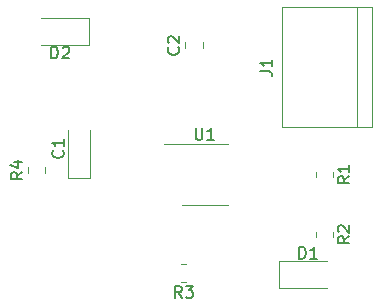
<source format=gbr>
%TF.GenerationSoftware,KiCad,Pcbnew,(6.0.10)*%
%TF.CreationDate,2023-02-16T14:18:23-08:00*%
%TF.ProjectId,Exercise2,45786572-6369-4736-9532-2e6b69636164,rev?*%
%TF.SameCoordinates,Original*%
%TF.FileFunction,Legend,Top*%
%TF.FilePolarity,Positive*%
%FSLAX46Y46*%
G04 Gerber Fmt 4.6, Leading zero omitted, Abs format (unit mm)*
G04 Created by KiCad (PCBNEW (6.0.10)) date 2023-02-16 14:18:23*
%MOMM*%
%LPD*%
G01*
G04 APERTURE LIST*
%ADD10C,0.150000*%
%ADD11C,0.120000*%
G04 APERTURE END LIST*
D10*
%TO.C,R4*%
X93792380Y-93776666D02*
X93316190Y-94110000D01*
X93792380Y-94348095D02*
X92792380Y-94348095D01*
X92792380Y-93967142D01*
X92840000Y-93871904D01*
X92887619Y-93824285D01*
X92982857Y-93776666D01*
X93125714Y-93776666D01*
X93220952Y-93824285D01*
X93268571Y-93871904D01*
X93316190Y-93967142D01*
X93316190Y-94348095D01*
X93125714Y-92919523D02*
X93792380Y-92919523D01*
X92744761Y-93157619D02*
X93459047Y-93395714D01*
X93459047Y-92776666D01*
%TO.C,C2*%
X106997142Y-83206666D02*
X107044761Y-83254285D01*
X107092380Y-83397142D01*
X107092380Y-83492380D01*
X107044761Y-83635238D01*
X106949523Y-83730476D01*
X106854285Y-83778095D01*
X106663809Y-83825714D01*
X106520952Y-83825714D01*
X106330476Y-83778095D01*
X106235238Y-83730476D01*
X106140000Y-83635238D01*
X106092380Y-83492380D01*
X106092380Y-83397142D01*
X106140000Y-83254285D01*
X106187619Y-83206666D01*
X106187619Y-82825714D02*
X106140000Y-82778095D01*
X106092380Y-82682857D01*
X106092380Y-82444761D01*
X106140000Y-82349523D01*
X106187619Y-82301904D01*
X106282857Y-82254285D01*
X106378095Y-82254285D01*
X106520952Y-82301904D01*
X107092380Y-82873333D01*
X107092380Y-82254285D01*
%TO.C,R1*%
X121482380Y-94146666D02*
X121006190Y-94480000D01*
X121482380Y-94718095D02*
X120482380Y-94718095D01*
X120482380Y-94337142D01*
X120530000Y-94241904D01*
X120577619Y-94194285D01*
X120672857Y-94146666D01*
X120815714Y-94146666D01*
X120910952Y-94194285D01*
X120958571Y-94241904D01*
X121006190Y-94337142D01*
X121006190Y-94718095D01*
X121482380Y-93194285D02*
X121482380Y-93765714D01*
X121482380Y-93480000D02*
X120482380Y-93480000D01*
X120625238Y-93575238D01*
X120720476Y-93670476D01*
X120768095Y-93765714D01*
%TO.C,U1*%
X108458095Y-90032380D02*
X108458095Y-90841904D01*
X108505714Y-90937142D01*
X108553333Y-90984761D01*
X108648571Y-91032380D01*
X108839047Y-91032380D01*
X108934285Y-90984761D01*
X108981904Y-90937142D01*
X109029523Y-90841904D01*
X109029523Y-90032380D01*
X110029523Y-91032380D02*
X109458095Y-91032380D01*
X109743809Y-91032380D02*
X109743809Y-90032380D01*
X109648571Y-90175238D01*
X109553333Y-90270476D01*
X109458095Y-90318095D01*
%TO.C,D1*%
X117231904Y-101112380D02*
X117231904Y-100112380D01*
X117470000Y-100112380D01*
X117612857Y-100160000D01*
X117708095Y-100255238D01*
X117755714Y-100350476D01*
X117803333Y-100540952D01*
X117803333Y-100683809D01*
X117755714Y-100874285D01*
X117708095Y-100969523D01*
X117612857Y-101064761D01*
X117470000Y-101112380D01*
X117231904Y-101112380D01*
X118755714Y-101112380D02*
X118184285Y-101112380D01*
X118470000Y-101112380D02*
X118470000Y-100112380D01*
X118374761Y-100255238D01*
X118279523Y-100350476D01*
X118184285Y-100398095D01*
%TO.C,D2*%
X96239404Y-84152380D02*
X96239404Y-83152380D01*
X96477500Y-83152380D01*
X96620357Y-83200000D01*
X96715595Y-83295238D01*
X96763214Y-83390476D01*
X96810833Y-83580952D01*
X96810833Y-83723809D01*
X96763214Y-83914285D01*
X96715595Y-84009523D01*
X96620357Y-84104761D01*
X96477500Y-84152380D01*
X96239404Y-84152380D01*
X97191785Y-83247619D02*
X97239404Y-83200000D01*
X97334642Y-83152380D01*
X97572738Y-83152380D01*
X97667976Y-83200000D01*
X97715595Y-83247619D01*
X97763214Y-83342857D01*
X97763214Y-83438095D01*
X97715595Y-83580952D01*
X97144166Y-84152380D01*
X97763214Y-84152380D01*
%TO.C,R3*%
X107283333Y-104422380D02*
X106950000Y-103946190D01*
X106711904Y-104422380D02*
X106711904Y-103422380D01*
X107092857Y-103422380D01*
X107188095Y-103470000D01*
X107235714Y-103517619D01*
X107283333Y-103612857D01*
X107283333Y-103755714D01*
X107235714Y-103850952D01*
X107188095Y-103898571D01*
X107092857Y-103946190D01*
X106711904Y-103946190D01*
X107616666Y-103422380D02*
X108235714Y-103422380D01*
X107902380Y-103803333D01*
X108045238Y-103803333D01*
X108140476Y-103850952D01*
X108188095Y-103898571D01*
X108235714Y-103993809D01*
X108235714Y-104231904D01*
X108188095Y-104327142D01*
X108140476Y-104374761D01*
X108045238Y-104422380D01*
X107759523Y-104422380D01*
X107664285Y-104374761D01*
X107616666Y-104327142D01*
%TO.C,R2*%
X121482380Y-99226666D02*
X121006190Y-99560000D01*
X121482380Y-99798095D02*
X120482380Y-99798095D01*
X120482380Y-99417142D01*
X120530000Y-99321904D01*
X120577619Y-99274285D01*
X120672857Y-99226666D01*
X120815714Y-99226666D01*
X120910952Y-99274285D01*
X120958571Y-99321904D01*
X121006190Y-99417142D01*
X121006190Y-99798095D01*
X120577619Y-98845714D02*
X120530000Y-98798095D01*
X120482380Y-98702857D01*
X120482380Y-98464761D01*
X120530000Y-98369523D01*
X120577619Y-98321904D01*
X120672857Y-98274285D01*
X120768095Y-98274285D01*
X120910952Y-98321904D01*
X121482380Y-98893333D01*
X121482380Y-98274285D01*
%TO.C,J1*%
X113942380Y-85253333D02*
X114656666Y-85253333D01*
X114799523Y-85300952D01*
X114894761Y-85396190D01*
X114942380Y-85539047D01*
X114942380Y-85634285D01*
X114942380Y-84253333D02*
X114942380Y-84824761D01*
X114942380Y-84539047D02*
X113942380Y-84539047D01*
X114085238Y-84634285D01*
X114180476Y-84729523D01*
X114228095Y-84824761D01*
%TO.C,C1*%
X97207142Y-91946666D02*
X97254761Y-91994285D01*
X97302380Y-92137142D01*
X97302380Y-92232380D01*
X97254761Y-92375238D01*
X97159523Y-92470476D01*
X97064285Y-92518095D01*
X96873809Y-92565714D01*
X96730952Y-92565714D01*
X96540476Y-92518095D01*
X96445238Y-92470476D01*
X96350000Y-92375238D01*
X96302380Y-92232380D01*
X96302380Y-92137142D01*
X96350000Y-91994285D01*
X96397619Y-91946666D01*
X97302380Y-90994285D02*
X97302380Y-91565714D01*
X97302380Y-91280000D02*
X96302380Y-91280000D01*
X96445238Y-91375238D01*
X96540476Y-91470476D01*
X96588095Y-91565714D01*
D11*
%TO.C,R4*%
X95725000Y-93837064D02*
X95725000Y-93382936D01*
X94255000Y-93837064D02*
X94255000Y-93382936D01*
%TO.C,C2*%
X109055000Y-83301252D02*
X109055000Y-82778748D01*
X107585000Y-83301252D02*
X107585000Y-82778748D01*
%TO.C,R1*%
X120115000Y-93752936D02*
X120115000Y-94207064D01*
X118645000Y-93752936D02*
X118645000Y-94207064D01*
%TO.C,U1*%
X109220000Y-96540000D02*
X107270000Y-96540000D01*
X109220000Y-91420000D02*
X105770000Y-91420000D01*
X109220000Y-96540000D02*
X111170000Y-96540000D01*
X109220000Y-91420000D02*
X111170000Y-91420000D01*
%TO.C,D1*%
X115510000Y-101345000D02*
X115510000Y-103615000D01*
X115510000Y-103615000D02*
X119570000Y-103615000D01*
X119570000Y-101345000D02*
X115510000Y-101345000D01*
%TO.C,D2*%
X99437500Y-80745000D02*
X95377500Y-80745000D01*
X95377500Y-83015000D02*
X99437500Y-83015000D01*
X99437500Y-83015000D02*
X99437500Y-80745000D01*
%TO.C,R3*%
X107677064Y-103055000D02*
X107222936Y-103055000D01*
X107677064Y-101585000D02*
X107222936Y-101585000D01*
%TO.C,R2*%
X118645000Y-98832936D02*
X118645000Y-99287064D01*
X120115000Y-98832936D02*
X120115000Y-99287064D01*
%TO.C,J1*%
X123380000Y-79840000D02*
X115760000Y-79840000D01*
X115760000Y-79840000D02*
X115760000Y-90000000D01*
X123380000Y-90000000D02*
X123380000Y-79840000D01*
X122110000Y-79840000D02*
X122110000Y-90000000D01*
X115760000Y-90000000D02*
X123380000Y-90000000D01*
%TO.C,C1*%
X99535000Y-94265000D02*
X99535000Y-90180000D01*
X97665000Y-94265000D02*
X99535000Y-94265000D01*
X97665000Y-90180000D02*
X97665000Y-94265000D01*
%TD*%
M02*

</source>
